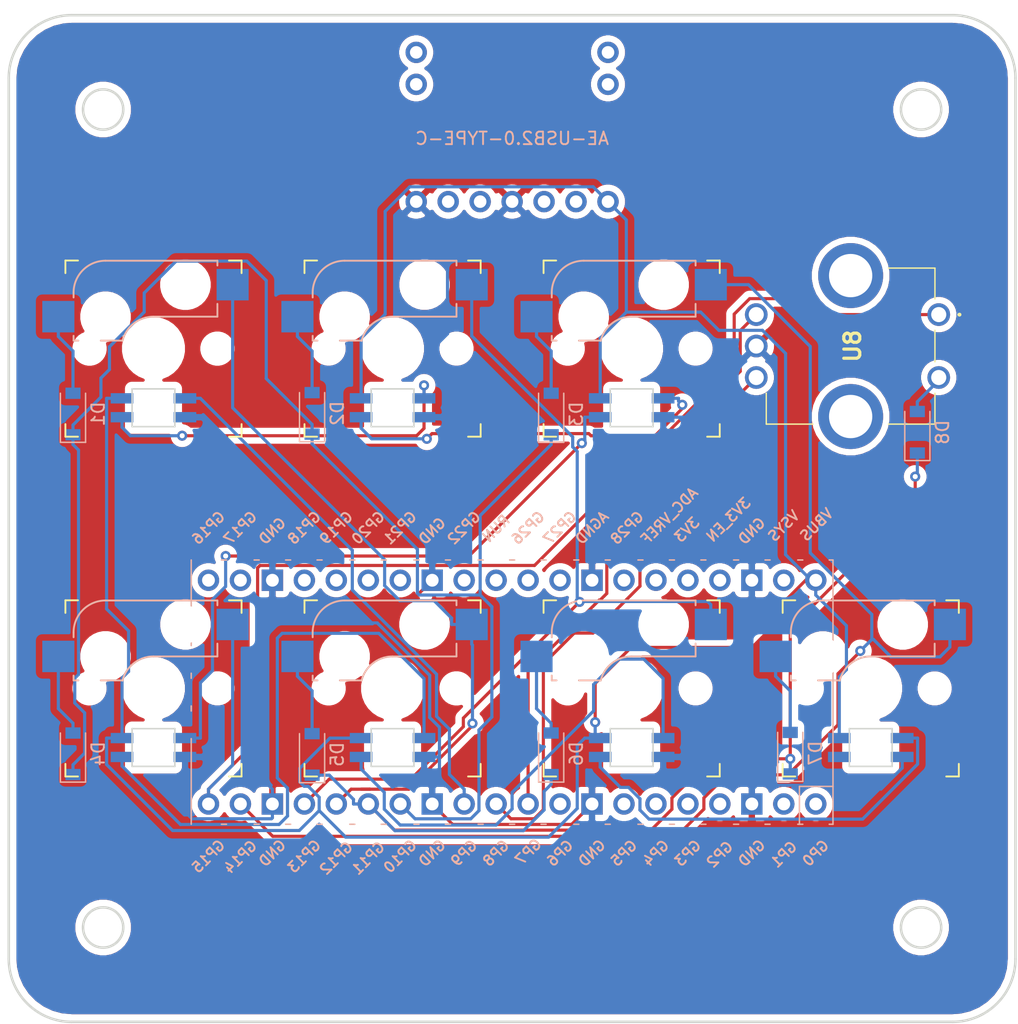
<source format=kicad_pcb>
(kicad_pcb (version 20171130) (host pcbnew "(5.1.10)-1")
  (layers (0 F.Cu signal) (31 B.Cu signal) (34 B.Paste user) (35 F.Paste user) (36 B.SilkS user) (37 F.SilkS user) (38 B.Mask user) (39 F.Mask user) (44 Edge.Cuts user))
  (net 0 "")
  (net 1 "Net-(D1-Pad2)")
  (net 2 row0)
  (net 3 "Net-(D2-Pad2)")
  (net 4 "Net-(D3-Pad2)")
  (net 5 "Net-(D4-Pad2)")
  (net 6 "Net-(D5-Pad2)")
  (net 7 row1)
  (net 8 "Net-(D6-Pad2)")
  (net 9 "Net-(D7-Pad2)")
  (net 10 "Net-(D8-Pad2)")
  (net 11 +5V)
  (net 12 GND)
  (net 13 col3)
  (net 14 col2)
  (net 15 col1)
  (net 16 col0)
  (net 17 LED)
  (net 18 B1)
  (net 19 A1)
  (net 20 "Net-(U1-Pad4)")
  (net 21 "Net-(U2-Pad4)")
  (net 22 "Net-(U3-Pad4)")
  (net 23 "Net-(U4-Pad4)")
  (net 24 "Net-(U5-Pad4)")
  (net 25 "Net-(U6-Pad4)")
  (net 26 "Net-(U7-Pad4)")
  (net 27 "Net-(U8-PadMH2)")
  (net 28 "Net-(U8-PadMH1)")
  (net 29 "Net-(J1-Pad39)")
  (net 30 "Net-(J1-Pad37)")
  (net 31 "Net-(J1-Pad36)")
  (net 32 "Net-(J1-Pad35)")
  (net 33 "Net-(J1-Pad34)")
  (net 34 "Net-(J1-Pad32)")
  (net 35 "Net-(J1-Pad31)")
  (net 36 "Net-(J1-Pad30)")
  (net 37 "Net-(J1-Pad29)")
  (net 38 "Net-(J1-Pad27)")
  (net 39 "Net-(J1-Pad26)")
  (net 40 "Net-(J1-Pad25)")
  (net 41 "Net-(J1-Pad24)")
  (net 42 "Net-(J1-Pad22)")
  (net 43 "Net-(J1-Pad21)")
  (net 44 "Net-(J1-Pad9)")
  (net 45 "Net-(J1-Pad7)")
  (net 46 "Net-(J1-Pad6)")
  (net 47 "Net-(J1-Pad5)")
  (net 48 "Net-(J1-Pad4)")
  (net 49 "Net-(J1-Pad2)")
  (net 50 "Net-(J1-Pad1)")
  (net 51 "Net-(U9-Pad6)")
  (net 52 "Net-(U9-Pad5)")
  (net 53 "Net-(U9-Pad3)")
  (net 54 "Net-(U9-Pad2)")
  (module footprint:hornet_logo (layer B.Cu) (at 87.197 145.4 180)
    (fp_text reference G*** hide)
    (fp_text value LOGO hide)
  )
  (module akizuki:AE-USB2.0-TYPE-C (layer B.Cu) (at 87.197 79.9 180)
    (fp_text reference U9 hide)
    (fp_text value AE-USB2.0-TYPE-C (at 0 0.5) (layer B.SilkS) (effects (justify mirror)))
    (pad 11 thru_hole circle (at 7.62 7.33749 180) (size 1.7 1.7) (drill 1) (layers *.Cu *.Mask))
    (pad 10 thru_hole circle (at 7.62 4.79749 180) (size 1.7 1.7) (drill 1) (layers *.Cu *.Mask))
    (pad 9 thru_hole circle (at -7.62 4.79749 180) (size 1.7 1.7) (drill 1) (layers *.Cu *.Mask))
    (pad 8 thru_hole circle (at -7.62 7.33749 180) (size 1.7 1.7) (drill 1) (layers *.Cu *.Mask))
    (pad 7 thru_hole circle (at 7.62 -4.5235 180) (size 1.7 1.7) (drill 1) (layers *.Cu *.Mask) (net 12 GND))
    (pad 6 thru_hole circle (at 5.08 -4.5235 180) (size 1.7 1.7) (drill 1) (layers *.Cu *.Mask) (net 51 "Net-(U9-Pad6)"))
    (pad 5 thru_hole circle (at 2.54 -4.5235 180) (size 1.7 1.7) (drill 1) (layers *.Cu *.Mask) (net 52 "Net-(U9-Pad5)"))
    (pad 4 thru_hole circle (at 0 -4.5235 180) (size 1.7 1.7) (drill 1) (layers *.Cu *.Mask) (net 12 GND))
    (pad 3 thru_hole circle (at -2.54 -4.5235 180) (size 1.7 1.7) (drill 1) (layers *.Cu *.Mask) (net 53 "Net-(U9-Pad3)"))
    (pad 2 thru_hole circle (at -5.08 -4.5235 180) (size 1.7 1.7) (drill 1) (layers *.Cu *.Mask) (net 54 "Net-(U9-Pad2)"))
    (pad 1 thru_hole circle (at -7.62 -4.5235 180) (size 1.7 1.7) (drill 1) (layers *.Cu *.Mask) (net 11 +5V))
  )
  (module SamacSys_Parts:PEC12R3120FS0012 (layer F.Cu) (at 121.1 93.4 270)
    (fp_text reference U8 (at 2.5 6.85 90) (layer F.SilkS) (effects (font (size 1.27 1.27) (thickness 0.254))))
    (fp_text value PEC12R-3120F-S0012 hide)
    (pad MH2 thru_hole circle (at 8.1 7 270) (size 5.161 5.161) (drill 3.44093) (layers *.Cu *.Mask) (net 27 "Net-(U8-PadMH2)"))
    (pad MH1 thru_hole circle (at -3.1 7 270) (size 5.161 5.161) (drill 3.44093) (layers *.Cu *.Mask) (net 28 "Net-(U8-PadMH1)"))
    (pad C1 thru_hole circle (at 2.5 14.5 270) (size 1.8 1.8) (drill 1.2) (layers *.Cu *.Mask) (net 12 GND))
    (pad B1 thru_hole circle (at 5 14.5 270) (size 1.8 1.8) (drill 1.2) (layers *.Cu *.Mask) (net 18 B1))
    (pad A1 thru_hole circle (at 0 14.5 270) (size 1.8 1.8) (drill 1.2) (layers *.Cu *.Mask) (net 19 A1))
    (pad 2 thru_hole circle (at 5 0 270) (size 1.8 1.8) (drill 1.2) (layers *.Cu *.Mask) (net 10 "Net-(D8-Pad2)"))
    (pad 1 thru_hole circle (at 0 0 270) (size 1.8 1.8) (drill 1.2) (layers *.Cu *.Mask) (net 13 col3))
  )
  (module keyswitches:Kailh_socket_MX (layer F.Cu) (at 115.697 123.103)
    (fp_text reference U7 hide)
    (fp_text value KEYSWITCH)
    (fp_line (start -1.7 6.2) (end -1.7 3.2) (layer Edge.Cuts) (width 0.12))
    (fp_line (start -1.7 3.2) (end 1.7 3.2) (layer Edge.Cuts) (width 0.12))
    (fp_line (start 1.7 6.2) (end 1.7 3.2) (layer Edge.Cuts) (width 0.12))
    (fp_line (start -1.7 6.2) (end 1.7 6.2) (layer Edge.Cuts) (width 0.12))
    (pad 3 smd rect (at -2.5 3.95 270) (size 0.82 1.8) (layers B.Cu B.Paste B.Mask) (net 11 +5V))
    (pad 4 smd rect (at -2.5 5.45 270) (size 0.82 1.8) (layers B.Cu B.Paste B.Mask) (net 26 "Net-(U7-Pad4)"))
    (pad 5 smd rect (at 2.5 5.45 270) (size 0.82 1.8) (layers B.Cu B.Paste B.Mask) (net 12 GND))
    (pad 6 smd rect (at 2.5 3.95 270) (size 0.82 1.8) (layers B.Cu B.Paste B.Mask) (net 25 "Net-(U6-Pad4)"))
    (pad 2 smd rect (at -7.56 -2.54) (size 2.55 2.5) (layers B.Cu B.Paste B.Mask) (net 9 "Net-(D7-Pad2)"))
    (pad "" np_thru_hole circle (at -5.08 0) (size 1.7018 1.7018) (drill 1.7018) (layers *.Cu *.Mask))
    (pad "" np_thru_hole circle (at 5.08 0) (size 1.7018 1.7018) (drill 1.7018) (layers *.Cu *.Mask))
    (pad "" np_thru_hole circle (at 0 0) (size 3.9878 3.9878) (drill 3.9878) (layers *.Cu *.Mask))
    (pad "" np_thru_hole circle (at -3.81 -2.54) (size 3 3) (drill 3) (layers *.Cu *.Mask))
    (pad "" np_thru_hole circle (at 2.54 -5.08) (size 3 3) (drill 3) (layers *.Cu *.Mask))
    (pad 1 smd rect (at 6.29 -5.08) (size 2.55 2.5) (layers B.Cu B.Paste B.Mask) (net 14 col2))
  )
  (module keyswitches:Kailh_socket_MX (layer F.Cu) (at 96.697 123.103)
    (fp_text reference U6 hide)
    (fp_text value KEYSWITCH)
    (fp_line (start -1.7 6.2) (end -1.7 3.2) (layer Edge.Cuts) (width 0.12))
    (fp_line (start -1.7 3.2) (end 1.7 3.2) (layer Edge.Cuts) (width 0.12))
    (fp_line (start 1.7 6.2) (end 1.7 3.2) (layer Edge.Cuts) (width 0.12))
    (fp_line (start -1.7 6.2) (end 1.7 6.2) (layer Edge.Cuts) (width 0.12))
    (pad 3 smd rect (at -2.5 3.95 270) (size 0.82 1.8) (layers B.Cu B.Paste B.Mask) (net 11 +5V))
    (pad 4 smd rect (at -2.5 5.45 270) (size 0.82 1.8) (layers B.Cu B.Paste B.Mask) (net 25 "Net-(U6-Pad4)"))
    (pad 5 smd rect (at 2.5 5.45 270) (size 0.82 1.8) (layers B.Cu B.Paste B.Mask) (net 12 GND))
    (pad 6 smd rect (at 2.5 3.95 270) (size 0.82 1.8) (layers B.Cu B.Paste B.Mask) (net 24 "Net-(U5-Pad4)"))
    (pad 2 smd rect (at -7.56 -2.54) (size 2.55 2.5) (layers B.Cu B.Paste B.Mask) (net 8 "Net-(D6-Pad2)"))
    (pad "" np_thru_hole circle (at -5.08 0) (size 1.7018 1.7018) (drill 1.7018) (layers *.Cu *.Mask))
    (pad "" np_thru_hole circle (at 5.08 0) (size 1.7018 1.7018) (drill 1.7018) (layers *.Cu *.Mask))
    (pad "" np_thru_hole circle (at 0 0) (size 3.9878 3.9878) (drill 3.9878) (layers *.Cu *.Mask))
    (pad "" np_thru_hole circle (at -3.81 -2.54) (size 3 3) (drill 3) (layers *.Cu *.Mask))
    (pad "" np_thru_hole circle (at 2.54 -5.08) (size 3 3) (drill 3) (layers *.Cu *.Mask))
    (pad 1 smd rect (at 6.29 -5.08) (size 2.55 2.5) (layers B.Cu B.Paste B.Mask) (net 15 col1))
  )
  (module keyswitches:Kailh_socket_MX (layer F.Cu) (at 77.697 123.103)
    (fp_text reference U5 hide)
    (fp_text value KEYSWITCH)
    (fp_line (start -1.7 6.2) (end -1.7 3.2) (layer Edge.Cuts) (width 0.12))
    (fp_line (start -1.7 3.2) (end 1.7 3.2) (layer Edge.Cuts) (width 0.12))
    (fp_line (start 1.7 6.2) (end 1.7 3.2) (layer Edge.Cuts) (width 0.12))
    (fp_line (start -1.7 6.2) (end 1.7 6.2) (layer Edge.Cuts) (width 0.12))
    (pad 3 smd rect (at -2.5 3.95 270) (size 0.82 1.8) (layers B.Cu B.Paste B.Mask) (net 11 +5V))
    (pad 4 smd rect (at -2.5 5.45 270) (size 0.82 1.8) (layers B.Cu B.Paste B.Mask) (net 24 "Net-(U5-Pad4)"))
    (pad 5 smd rect (at 2.5 5.45 270) (size 0.82 1.8) (layers B.Cu B.Paste B.Mask) (net 12 GND))
    (pad 6 smd rect (at 2.5 3.95 270) (size 0.82 1.8) (layers B.Cu B.Paste B.Mask) (net 23 "Net-(U4-Pad4)"))
    (pad 2 smd rect (at -7.56 -2.54) (size 2.55 2.5) (layers B.Cu B.Paste B.Mask) (net 6 "Net-(D5-Pad2)"))
    (pad "" np_thru_hole circle (at -5.08 0) (size 1.7018 1.7018) (drill 1.7018) (layers *.Cu *.Mask))
    (pad "" np_thru_hole circle (at 5.08 0) (size 1.7018 1.7018) (drill 1.7018) (layers *.Cu *.Mask))
    (pad "" np_thru_hole circle (at 0 0) (size 3.9878 3.9878) (drill 3.9878) (layers *.Cu *.Mask))
    (pad "" np_thru_hole circle (at -3.81 -2.54) (size 3 3) (drill 3) (layers *.Cu *.Mask))
    (pad "" np_thru_hole circle (at 2.54 -5.08) (size 3 3) (drill 3) (layers *.Cu *.Mask))
    (pad 1 smd rect (at 6.29 -5.08) (size 2.55 2.5) (layers B.Cu B.Paste B.Mask) (net 16 col0))
  )
  (module keyswitches:Kailh_socket_MX (layer F.Cu) (at 58.697 123.103)
    (fp_text reference U4 hide)
    (fp_text value KEYSWITCH)
    (fp_line (start -1.7 6.2) (end -1.7 3.2) (layer Edge.Cuts) (width 0.12))
    (fp_line (start -1.7 3.2) (end 1.7 3.2) (layer Edge.Cuts) (width 0.12))
    (fp_line (start 1.7 6.2) (end 1.7 3.2) (layer Edge.Cuts) (width 0.12))
    (fp_line (start -1.7 6.2) (end 1.7 6.2) (layer Edge.Cuts) (width 0.12))
    (pad 3 smd rect (at -2.5 3.95 270) (size 0.82 1.8) (layers B.Cu B.Paste B.Mask) (net 11 +5V))
    (pad 4 smd rect (at -2.5 5.45 270) (size 0.82 1.8) (layers B.Cu B.Paste B.Mask) (net 23 "Net-(U4-Pad4)"))
    (pad 5 smd rect (at 2.5 5.45 270) (size 0.82 1.8) (layers B.Cu B.Paste B.Mask) (net 12 GND))
    (pad 6 smd rect (at 2.5 3.95 270) (size 0.82 1.8) (layers B.Cu B.Paste B.Mask) (net 22 "Net-(U3-Pad4)"))
    (pad 2 smd rect (at -7.56 -2.54) (size 2.55 2.5) (layers B.Cu B.Paste B.Mask) (net 5 "Net-(D4-Pad2)"))
    (pad "" np_thru_hole circle (at -5.08 0) (size 1.7018 1.7018) (drill 1.7018) (layers *.Cu *.Mask))
    (pad "" np_thru_hole circle (at 5.08 0) (size 1.7018 1.7018) (drill 1.7018) (layers *.Cu *.Mask))
    (pad "" np_thru_hole circle (at 0 0) (size 3.9878 3.9878) (drill 3.9878) (layers *.Cu *.Mask))
    (pad "" np_thru_hole circle (at -3.81 -2.54) (size 3 3) (drill 3) (layers *.Cu *.Mask))
    (pad "" np_thru_hole circle (at 2.54 -5.08) (size 3 3) (drill 3) (layers *.Cu *.Mask))
    (pad 1 smd rect (at 6.29 -5.08) (size 2.55 2.5) (layers B.Cu B.Paste B.Mask) (net 13 col3))
  )
  (module keyswitches:Kailh_socket_MX (layer F.Cu) (at 96.697 96.103)
    (fp_text reference U3 hide)
    (fp_text value KEYSWITCH)
    (fp_line (start -1.7 6.2) (end -1.7 3.2) (layer Edge.Cuts) (width 0.12))
    (fp_line (start -1.7 3.2) (end 1.7 3.2) (layer Edge.Cuts) (width 0.12))
    (fp_line (start 1.7 6.2) (end 1.7 3.2) (layer Edge.Cuts) (width 0.12))
    (fp_line (start -1.7 6.2) (end 1.7 6.2) (layer Edge.Cuts) (width 0.12))
    (pad 3 smd rect (at -2.5 3.95 270) (size 0.82 1.8) (layers B.Cu B.Paste B.Mask) (net 11 +5V))
    (pad 4 smd rect (at -2.5 5.45 270) (size 0.82 1.8) (layers B.Cu B.Paste B.Mask) (net 22 "Net-(U3-Pad4)"))
    (pad 5 smd rect (at 2.5 5.45 270) (size 0.82 1.8) (layers B.Cu B.Paste B.Mask) (net 12 GND))
    (pad 6 smd rect (at 2.5 3.95 270) (size 0.82 1.8) (layers B.Cu B.Paste B.Mask) (net 21 "Net-(U2-Pad4)"))
    (pad 2 smd rect (at -7.56 -2.54) (size 2.55 2.5) (layers B.Cu B.Paste B.Mask) (net 4 "Net-(D3-Pad2)"))
    (pad "" np_thru_hole circle (at -5.08 0) (size 1.7018 1.7018) (drill 1.7018) (layers *.Cu *.Mask))
    (pad "" np_thru_hole circle (at 5.08 0) (size 1.7018 1.7018) (drill 1.7018) (layers *.Cu *.Mask))
    (pad "" np_thru_hole circle (at 0 0) (size 3.9878 3.9878) (drill 3.9878) (layers *.Cu *.Mask))
    (pad "" np_thru_hole circle (at -3.81 -2.54) (size 3 3) (drill 3) (layers *.Cu *.Mask))
    (pad "" np_thru_hole circle (at 2.54 -5.08) (size 3 3) (drill 3) (layers *.Cu *.Mask))
    (pad 1 smd rect (at 6.29 -5.08) (size 2.55 2.5) (layers B.Cu B.Paste B.Mask) (net 14 col2))
  )
  (module keyswitches:Kailh_socket_MX (layer F.Cu) (at 77.697 96.103)
    (fp_text reference U2 hide)
    (fp_text value KEYSWITCH)
    (fp_line (start -1.7 6.2) (end -1.7 3.2) (layer Edge.Cuts) (width 0.12))
    (fp_line (start -1.7 3.2) (end 1.7 3.2) (layer Edge.Cuts) (width 0.12))
    (fp_line (start 1.7 6.2) (end 1.7 3.2) (layer Edge.Cuts) (width 0.12))
    (fp_line (start -1.7 6.2) (end 1.7 6.2) (layer Edge.Cuts) (width 0.12))
    (pad 3 smd rect (at -2.5 3.95 270) (size 0.82 1.8) (layers B.Cu B.Paste B.Mask) (net 11 +5V))
    (pad 4 smd rect (at -2.5 5.45 270) (size 0.82 1.8) (layers B.Cu B.Paste B.Mask) (net 21 "Net-(U2-Pad4)"))
    (pad 5 smd rect (at 2.5 5.45 270) (size 0.82 1.8) (layers B.Cu B.Paste B.Mask) (net 12 GND))
    (pad 6 smd rect (at 2.5 3.95 270) (size 0.82 1.8) (layers B.Cu B.Paste B.Mask) (net 20 "Net-(U1-Pad4)"))
    (pad 2 smd rect (at -7.56 -2.54) (size 2.55 2.5) (layers B.Cu B.Paste B.Mask) (net 3 "Net-(D2-Pad2)"))
    (pad "" np_thru_hole circle (at -5.08 0) (size 1.7018 1.7018) (drill 1.7018) (layers *.Cu *.Mask))
    (pad "" np_thru_hole circle (at 5.08 0) (size 1.7018 1.7018) (drill 1.7018) (layers *.Cu *.Mask))
    (pad "" np_thru_hole circle (at 0 0) (size 3.9878 3.9878) (drill 3.9878) (layers *.Cu *.Mask))
    (pad "" np_thru_hole circle (at -3.81 -2.54) (size 3 3) (drill 3) (layers *.Cu *.Mask))
    (pad "" np_thru_hole circle (at 2.54 -5.08) (size 3 3) (drill 3) (layers *.Cu *.Mask))
    (pad 1 smd rect (at 6.29 -5.08) (size 2.55 2.5) (layers B.Cu B.Paste B.Mask) (net 15 col1))
  )
  (module keyswitches:Kailh_socket_MX (layer F.Cu) (at 58.697 96.103)
    (fp_text reference U1 hide)
    (fp_text value KEYSWITCH)
    (fp_line (start -1.7 6.2) (end -1.7 3.2) (layer Edge.Cuts) (width 0.12))
    (fp_line (start -1.7 3.2) (end 1.7 3.2) (layer Edge.Cuts) (width 0.12))
    (fp_line (start 1.7 6.2) (end 1.7 3.2) (layer Edge.Cuts) (width 0.12))
    (fp_line (start -1.7 6.2) (end 1.7 6.2) (layer Edge.Cuts) (width 0.12))
    (pad 3 smd rect (at -2.5 3.95 270) (size 0.82 1.8) (layers B.Cu B.Paste B.Mask) (net 11 +5V))
    (pad 4 smd rect (at -2.5 5.45 270) (size 0.82 1.8) (layers B.Cu B.Paste B.Mask) (net 20 "Net-(U1-Pad4)"))
    (pad 5 smd rect (at 2.5 5.45 270) (size 0.82 1.8) (layers B.Cu B.Paste B.Mask) (net 12 GND))
    (pad 6 smd rect (at 2.5 3.95 270) (size 0.82 1.8) (layers B.Cu B.Paste B.Mask) (net 17 LED))
    (pad 2 smd rect (at -7.56 -2.54) (size 2.55 2.5) (layers B.Cu B.Paste B.Mask) (net 1 "Net-(D1-Pad2)"))
    (pad "" np_thru_hole circle (at -5.08 0) (size 1.7018 1.7018) (drill 1.7018) (layers *.Cu *.Mask))
    (pad "" np_thru_hole circle (at 5.08 0) (size 1.7018 1.7018) (drill 1.7018) (layers *.Cu *.Mask))
    (pad "" np_thru_hole circle (at 0 0) (size 3.9878 3.9878) (drill 3.9878) (layers *.Cu *.Mask))
    (pad "" np_thru_hole circle (at -3.81 -2.54) (size 3 3) (drill 3) (layers *.Cu *.Mask))
    (pad "" np_thru_hole circle (at 2.54 -5.08) (size 3 3) (drill 3) (layers *.Cu *.Mask))
    (pad 1 smd rect (at 6.29 -5.08) (size 2.55 2.5) (layers B.Cu B.Paste B.Mask) (net 16 col0))
  )
  (module RPi_Pico:RPi_Pico_SMD_TH (layer B.Cu) (at 87.197 123.4 90)
    (fp_text reference J1 hide)
    (fp_text value PICO)
    (fp_text user AGND (at 13.054 6.35 225) (layer B.SilkS) (effects (font (size 0.8 0.8)) (justify mirror)))
    (fp_text user GND (at 12.8 19.05 225) (layer B.SilkS) (effects (font (size 0.8 0.8)) (justify mirror)))
    (fp_text user GND (at 12.8 -6.35 225) (layer B.SilkS) (effects (font (size 0.8 0.8)) (justify mirror)))
    (fp_text user GND (at 12.8 -19.05 225) (layer B.SilkS) (effects (font (size 0.8 0.8)) (justify mirror)))
    (fp_text user GND (at -12.8 -19.05 225) (layer B.SilkS) (effects (font (size 0.8 0.8)) (justify mirror)))
    (fp_text user GND (at -12.8 -6.35 225) (layer B.SilkS) (effects (font (size 0.8 0.8)) (justify mirror)))
    (fp_text user GND (at -12.8 6.35 225) (layer B.SilkS) (effects (font (size 0.8 0.8)) (justify mirror)))
    (fp_text user GND (at -12.8 19.05 225) (layer B.SilkS) (effects (font (size 0.8 0.8)) (justify mirror)))
    (fp_text user VBUS (at 13.3 24.2 225) (layer B.SilkS) (effects (font (size 0.8 0.8)) (justify mirror)))
    (fp_text user VSYS (at 13.2 21.59 225) (layer B.SilkS) (effects (font (size 0.8 0.8)) (justify mirror)))
    (fp_text user 3V3_EN (at 13.7 17.2 225) (layer B.SilkS) (effects (font (size 0.8 0.8)) (justify mirror)))
    (fp_text user 3V3 (at 12.9 13.9 225) (layer B.SilkS) (effects (font (size 0.8 0.8)) (justify mirror)))
    (fp_text user ADC_VREF (at 14 12.5 225) (layer B.SilkS) (effects (font (size 0.8 0.8)) (justify mirror)))
    (fp_text user GP28 (at 13.054 9.144 225) (layer B.SilkS) (effects (font (size 0.8 0.8)) (justify mirror)))
    (fp_text user GP27 (at 13.054 3.8 225) (layer B.SilkS) (effects (font (size 0.8 0.8)) (justify mirror)))
    (fp_text user GP26 (at 13.054 1.27 225) (layer B.SilkS) (effects (font (size 0.8 0.8)) (justify mirror)))
    (fp_text user RUN (at 13 -1.27 225) (layer B.SilkS) (effects (font (size 0.8 0.8)) (justify mirror)))
    (fp_text user GP22 (at 13.054 -3.81 225) (layer B.SilkS) (effects (font (size 0.8 0.8)) (justify mirror)))
    (fp_text user GP21 (at 13.054 -8.9 225) (layer B.SilkS) (effects (font (size 0.8 0.8)) (justify mirror)))
    (fp_text user GP20 (at 13.054 -11.43 225) (layer B.SilkS) (effects (font (size 0.8 0.8)) (justify mirror)))
    (fp_text user GP19 (at 13.054 -13.97 225) (layer B.SilkS) (effects (font (size 0.8 0.8)) (justify mirror)))
    (fp_text user GP18 (at 13.054 -16.51 225) (layer B.SilkS) (effects (font (size 0.8 0.8)) (justify mirror)))
    (fp_text user GP17 (at 13.054 -21.59 225) (layer B.SilkS) (effects (font (size 0.8 0.8)) (justify mirror)))
    (fp_text user GP16 (at 13.054 -24.13 225) (layer B.SilkS) (effects (font (size 0.8 0.8)) (justify mirror)))
    (fp_text user GP15 (at -13.054 -24.13 225) (layer B.SilkS) (effects (font (size 0.8 0.8)) (justify mirror)))
    (fp_text user GP14 (at -13.1 -21.59 225) (layer B.SilkS) (effects (font (size 0.8 0.8)) (justify mirror)))
    (fp_text user GP13 (at -13.054 -16.51 225) (layer B.SilkS) (effects (font (size 0.8 0.8)) (justify mirror)))
    (fp_text user GP12 (at -13.2 -13.97 225) (layer B.SilkS) (effects (font (size 0.8 0.8)) (justify mirror)))
    (fp_text user GP11 (at -13.2 -11.43 225) (layer B.SilkS) (effects (font (size 0.8 0.8)) (justify mirror)))
    (fp_text user GP10 (at -13.054 -8.89 225) (layer B.SilkS) (effects (font (size 0.8 0.8)) (justify mirror)))
    (fp_text user GP9 (at -12.8 -3.81 225) (layer B.SilkS) (effects (font (size 0.8 0.8)) (justify mirror)))
    (fp_text user GP8 (at -12.8 -1.27 225) (layer B.SilkS) (effects (font (size 0.8 0.8)) (justify mirror)))
    (fp_text user GP7 (at -12.7 1.3 225) (layer B.SilkS) (effects (font (size 0.8 0.8)) (justify mirror)))
    (fp_text user GP6 (at -12.8 3.81 225) (layer B.SilkS) (effects (font (size 0.8 0.8)) (justify mirror)))
    (fp_text user GP5 (at -12.8 8.89 225) (layer B.SilkS) (effects (font (size 0.8 0.8)) (justify mirror)))
    (fp_text user GP4 (at -12.8 11.43 225) (layer B.SilkS) (effects (font (size 0.8 0.8)) (justify mirror)))
    (fp_text user GP3 (at -12.8 13.97 225) (layer B.SilkS) (effects (font (size 0.8 0.8)) (justify mirror)))
    (fp_text user GP0 (at -12.8 24.13 225) (layer B.SilkS) (effects (font (size 0.8 0.8)) (justify mirror)))
    (fp_text user GP2 (at -12.9 16.51 225) (layer B.SilkS) (effects (font (size 0.8 0.8)) (justify mirror)))
    (fp_text user GP1 (at -12.9 21.6 225) (layer B.SilkS) (effects (font (size 0.8 0.8)) (justify mirror)))
    (pad 40 thru_hole oval (at 8.89 24.13 90) (size 1.7 1.7) (drill 1.02) (layers *.Cu *.Mask) (net 11 +5V))
    (pad 39 thru_hole oval (at 8.89 21.59 90) (size 1.7 1.7) (drill 1.02) (layers *.Cu *.Mask) (net 29 "Net-(J1-Pad39)"))
    (pad 38 thru_hole rect (at 8.89 19.05 90) (size 1.7 1.7) (drill 1.02) (layers *.Cu *.Mask) (net 12 GND))
    (pad 37 thru_hole oval (at 8.89 16.51 90) (size 1.7 1.7) (drill 1.02) (layers *.Cu *.Mask) (net 30 "Net-(J1-Pad37)"))
    (pad 36 thru_hole oval (at 8.89 13.97 90) (size 1.7 1.7) (drill 1.02) (layers *.Cu *.Mask) (net 31 "Net-(J1-Pad36)"))
    (pad 35 thru_hole oval (at 8.89 11.43 90) (size 1.7 1.7) (drill 1.02) (layers *.Cu *.Mask) (net 32 "Net-(J1-Pad35)"))
    (pad 34 thru_hole oval (at 8.89 8.89 90) (size 1.7 1.7) (drill 1.02) (layers *.Cu *.Mask) (net 33 "Net-(J1-Pad34)"))
    (pad 33 thru_hole rect (at 8.89 6.35 90) (size 1.7 1.7) (drill 1.02) (layers *.Cu *.Mask) (net 12 GND))
    (pad 32 thru_hole oval (at 8.89 3.81 90) (size 1.7 1.7) (drill 1.02) (layers *.Cu *.Mask) (net 34 "Net-(J1-Pad32)"))
    (pad 31 thru_hole oval (at 8.89 1.27 90) (size 1.7 1.7) (drill 1.02) (layers *.Cu *.Mask) (net 35 "Net-(J1-Pad31)"))
    (pad 30 thru_hole oval (at 8.89 -1.27 90) (size 1.7 1.7) (drill 1.02) (layers *.Cu *.Mask) (net 36 "Net-(J1-Pad30)"))
    (pad 29 thru_hole oval (at 8.89 -3.81 90) (size 1.7 1.7) (drill 1.02) (layers *.Cu *.Mask) (net 37 "Net-(J1-Pad29)"))
    (pad 28 thru_hole rect (at 8.89 -6.35 90) (size 1.7 1.7) (drill 1.02) (layers *.Cu *.Mask) (net 12 GND))
    (pad 27 thru_hole oval (at 8.89 -8.89 90) (size 1.7 1.7) (drill 1.02) (layers *.Cu *.Mask) (net 38 "Net-(J1-Pad27)"))
    (pad 26 thru_hole oval (at 8.89 -11.43 90) (size 1.7 1.7) (drill 1.02) (layers *.Cu *.Mask) (net 39 "Net-(J1-Pad26)"))
    (pad 25 thru_hole oval (at 8.89 -13.97 90) (size 1.7 1.7) (drill 1.02) (layers *.Cu *.Mask) (net 40 "Net-(J1-Pad25)"))
    (pad 24 thru_hole oval (at 8.89 -16.51 90) (size 1.7 1.7) (drill 1.02) (layers *.Cu *.Mask) (net 41 "Net-(J1-Pad24)"))
    (pad 23 thru_hole rect (at 8.89 -19.05 90) (size 1.7 1.7) (drill 1.02) (layers *.Cu *.Mask) (net 12 GND))
    (pad 22 thru_hole oval (at 8.89 -21.59 90) (size 1.7 1.7) (drill 1.02) (layers *.Cu *.Mask) (net 42 "Net-(J1-Pad22)"))
    (pad 21 thru_hole oval (at 8.89 -24.13 90) (size 1.7 1.7) (drill 1.02) (layers *.Cu *.Mask) (net 43 "Net-(J1-Pad21)"))
    (pad 20 thru_hole oval (at -8.89 -24.13 90) (size 1.7 1.7) (drill 1.02) (layers *.Cu *.Mask) (net 13 col3))
    (pad 19 thru_hole oval (at -8.89 -21.59 90) (size 1.7 1.7) (drill 1.02) (layers *.Cu *.Mask) (net 14 col2))
    (pad 18 thru_hole rect (at -8.89 -19.05 90) (size 1.7 1.7) (drill 1.02) (layers *.Cu *.Mask) (net 12 GND))
    (pad 17 thru_hole oval (at -8.89 -16.51 90) (size 1.7 1.7) (drill 1.02) (layers *.Cu *.Mask) (net 15 col1))
    (pad 16 thru_hole oval (at -8.89 -13.97 90) (size 1.7 1.7) (drill 1.02) (layers *.Cu *.Mask) (net 16 col0))
    (pad 15 thru_hole oval (at -8.89 -11.43 90) (size 1.7 1.7) (drill 1.02) (layers *.Cu *.Mask) (net 7 row1))
    (pad 14 thru_hole oval (at -8.89 -8.89 90) (size 1.7 1.7) (drill 1.02) (layers *.Cu *.Mask) (net 2 row0))
    (pad 13 thru_hole rect (at -8.89 -6.35 90) (size 1.7 1.7) (drill 1.02) (layers *.Cu *.Mask) (net 12 GND))
    (pad 12 thru_hole oval (at -8.89 -3.81 90) (size 1.7 1.7) (drill 1.02) (layers *.Cu *.Mask) (net 17 LED))
    (pad 11 thru_hole oval (at -8.89 -1.27 90) (size 1.7 1.7) (drill 1.02) (layers *.Cu *.Mask) (net 18 B1))
    (pad 10 thru_hole oval (at -8.89 1.27 90) (size 1.7 1.7) (drill 1.02) (layers *.Cu *.Mask) (net 19 A1))
    (pad 9 thru_hole oval (at -8.89 3.81 90) (size 1.7 1.7) (drill 1.02) (layers *.Cu *.Mask) (net 44 "Net-(J1-Pad9)"))
    (pad 8 thru_hole rect (at -8.89 6.35 90) (size 1.7 1.7) (drill 1.02) (layers *.Cu *.Mask) (net 12 GND))
    (pad 7 thru_hole oval (at -8.89 8.89 90) (size 1.7 1.7) (drill 1.02) (layers *.Cu *.Mask) (net 45 "Net-(J1-Pad7)"))
    (pad 6 thru_hole oval (at -8.89 11.43 90) (size 1.7 1.7) (drill 1.02) (layers *.Cu *.Mask) (net 46 "Net-(J1-Pad6)"))
    (pad 5 thru_hole oval (at -8.89 13.97 90) (size 1.7 1.7) (drill 1.02) (layers *.Cu *.Mask) (net 47 "Net-(J1-Pad5)"))
    (pad 4 thru_hole oval (at -8.89 16.51 90) (size 1.7 1.7) (drill 1.02) (layers *.Cu *.Mask) (net 48 "Net-(J1-Pad4)"))
    (pad 3 thru_hole rect (at -8.89 19.05 90) (size 1.7 1.7) (drill 1.02) (layers *.Cu *.Mask) (net 12 GND))
    (pad 2 thru_hole oval (at -8.89 21.59 90) (size 1.7 1.7) (drill 1.02) (layers *.Cu *.Mask) (net 49 "Net-(J1-Pad2)"))
    (pad 1 thru_hole oval (at -8.89 24.13 90) (size 1.7 1.7) (drill 1.02) (layers *.Cu *.Mask) (net 50 "Net-(J1-Pad1)"))
  )
  (module Diode_SMD:D_SOD-123 (layer B.Cu) (at 119.4 102.75 90)
    (fp_text reference D8 (at 0 2 270) (layer B.SilkS) (effects (justify mirror)))
    (fp_text value D_Small)
    (pad 2 smd rect (at 1.65 0 90) (size 0.9 1.2) (layers B.Cu B.Paste B.Mask) (net 10 "Net-(D8-Pad2)"))
    (pad 1 smd rect (at -1.65 0 90) (size 0.9 1.2) (layers B.Cu B.Paste B.Mask) (net 7 row1))
  )
  (module Diode_SMD:D_SOD-123 (layer B.Cu) (at 109.3 128.25 90)
    (fp_text reference D7 (at 0 2 270) (layer B.SilkS) (effects (justify mirror)))
    (fp_text value D_Small)
    (pad 2 smd rect (at 1.65 0 90) (size 0.9 1.2) (layers B.Cu B.Paste B.Mask) (net 9 "Net-(D7-Pad2)"))
    (pad 1 smd rect (at -1.65 0 90) (size 0.9 1.2) (layers B.Cu B.Paste B.Mask) (net 7 row1))
  )
  (module Diode_SMD:D_SOD-123 (layer B.Cu) (at 90.3 128.3 90)
    (fp_text reference D6 (at 0 2 270) (layer B.SilkS) (effects (justify mirror)))
    (fp_text value D_Small)
    (pad 2 smd rect (at 1.65 0 90) (size 0.9 1.2) (layers B.Cu B.Paste B.Mask) (net 8 "Net-(D6-Pad2)"))
    (pad 1 smd rect (at -1.65 0 90) (size 0.9 1.2) (layers B.Cu B.Paste B.Mask) (net 7 row1))
  )
  (module Diode_SMD:D_SOD-123 (layer B.Cu) (at 71.3 128.35 90)
    (fp_text reference D5 (at 0 2 270) (layer B.SilkS) (effects (justify mirror)))
    (fp_text value D_Small)
    (pad 2 smd rect (at 1.65 0 90) (size 0.9 1.2) (layers B.Cu B.Paste B.Mask) (net 6 "Net-(D5-Pad2)"))
    (pad 1 smd rect (at -1.65 0 90) (size 0.9 1.2) (layers B.Cu B.Paste B.Mask) (net 7 row1))
  )
  (module Diode_SMD:D_SOD-123 (layer B.Cu) (at 52.3 128.3 90)
    (fp_text reference D4 (at 0 2 270) (layer B.SilkS) (effects (justify mirror)))
    (fp_text value D_Small)
    (pad 2 smd rect (at 1.65 0 90) (size 0.9 1.2) (layers B.Cu B.Paste B.Mask) (net 5 "Net-(D4-Pad2)"))
    (pad 1 smd rect (at -1.65 0 90) (size 0.9 1.2) (layers B.Cu B.Paste B.Mask) (net 2 row0))
  )
  (module Diode_SMD:D_SOD-123 (layer B.Cu) (at 90.3 101.3 90)
    (fp_text reference D3 (at 0 2 270) (layer B.SilkS) (effects (justify mirror)))
    (fp_text value D_Small)
    (pad 2 smd rect (at 1.65 0 90) (size 0.9 1.2) (layers B.Cu B.Paste B.Mask) (net 4 "Net-(D3-Pad2)"))
    (pad 1 smd rect (at -1.65 0 90) (size 0.9 1.2) (layers B.Cu B.Paste B.Mask) (net 2 row0))
  )
  (module Diode_SMD:D_SOD-123 (layer B.Cu) (at 71.3 101.25 90)
    (fp_text reference D2 (at 0 2 270) (layer B.SilkS) (effects (justify mirror)))
    (fp_text value D_Small)
    (pad 2 smd rect (at 1.65 0 90) (size 0.9 1.2) (layers B.Cu B.Paste B.Mask) (net 3 "Net-(D2-Pad2)"))
    (pad 1 smd rect (at -1.65 0 90) (size 0.9 1.2) (layers B.Cu B.Paste B.Mask) (net 2 row0))
  )
  (module Diode_SMD:D_SOD-123 (layer B.Cu) (at 52.3 101.3 90)
    (fp_text reference D1 (at 0 2 270) (layer B.SilkS) (effects (justify mirror)))
    (fp_text value D_Small)
    (pad 2 smd rect (at 1.65 0 90) (size 0.9 1.2) (layers B.Cu B.Paste B.Mask) (net 1 "Net-(D1-Pad2)"))
    (pad 1 smd rect (at -1.65 0 90) (size 0.9 1.2) (layers B.Cu B.Paste B.Mask) (net 2 row0))
  )
  (gr_circle (center 54.697 142.103) (end 54.697 140.503) (layer Edge.Cuts) (width 0.2))
  (gr_circle (center 119.697 77.103) (end 119.697 75.503) (layer Edge.Cuts) (width 0.2))
  (gr_line (start 122.2 149.603) (end 52.194 149.603) (layer Edge.Cuts) (width 0.2))
  (gr_arc (start 122.2 74.6) (end 127.197 74.6) (angle -90) (layer Edge.Cuts) (width 0.2))
  (gr_arc (start 122.2 144.606) (end 122.2 149.603) (angle -90) (layer Edge.Cuts) (width 0.2))
  (gr_arc (start 52.194 144.606) (end 47.197 144.606) (angle -90) (layer Edge.Cuts) (width 0.2))
  (gr_arc (start 52.194 74.6) (end 52.194 69.603) (angle -90) (layer Edge.Cuts) (width 0.2))
  (gr_line (start 127.197 74.6) (end 127.197 144.606) (layer Edge.Cuts) (width 0.2))
  (gr_circle (center 119.697 142.103) (end 119.697 140.503) (layer Edge.Cuts) (width 0.2))
  (gr_line (start 52.194 69.603) (end 122.2 69.603) (layer Edge.Cuts) (width 0.2))
  (gr_line (start 47.197 144.606) (end 47.197 74.6) (layer Edge.Cuts) (width 0.2))
  (gr_circle (center 54.697 77.103) (end 54.697 75.503) (layer Edge.Cuts) (width 0.2))
  (segment (start 51.137 93.563) (end 51.137 95.1383) (width 0.25) (layer B.Cu) (net 1))
  (segment (start 52.3 99.65) (end 52.3 96.3013) (width 0.25) (layer B.Cu) (net 1))
  (segment (start 52.3 96.3013) (end 51.137 95.1383) (width 0.25) (layer B.Cu) (net 1))
  (segment (start 84.657 115.6854) (end 84.657 109.3683) (width 0.25) (layer B.Cu) (net 2))
  (segment (start 84.657 109.3683) (end 90.3 103.7253) (width 0.25) (layer B.Cu) (net 2))
  (segment (start 84.657 115.6854) (end 79.8159 115.6854) (width 0.25) (layer B.Cu) (net 2))
  (segment (start 79.8159 115.6854) (end 79.6716 115.5411) (width 0.25) (layer B.Cu) (net 2))
  (segment (start 79.6716 115.5411) (end 79.6716 112.0469) (width 0.25) (layer B.Cu) (net 2))
  (segment (start 79.6716 112.0469) (end 71.3 103.6753) (width 0.25) (layer B.Cu) (net 2))
  (segment (start 90.3 102.95) (end 90.3 103.7253) (width 0.25) (layer B.Cu) (net 2))
  (segment (start 71.3 102.9) (end 71.3 103.6753) (width 0.25) (layer B.Cu) (net 2))
  (segment (start 71.3 102.9) (end 71.3 102.1247) (width 0.25) (layer B.Cu) (net 2))
  (segment (start 71.3 102.1247) (end 67.6587 98.4834) (width 0.25) (layer B.Cu) (net 2))
  (segment (start 67.6587 98.4834) (end 67.6587 90.6958) (width 0.25) (layer B.Cu) (net 2))
  (segment (start 67.6587 90.6958) (end 66.1138 89.1509) (width 0.25) (layer B.Cu) (net 2))
  (segment (start 66.1138 89.1509) (end 60.4922 89.1509) (width 0.25) (layer B.Cu) (net 2))
  (segment (start 60.4922 89.1509) (end 57.9604 91.6827) (width 0.25) (layer B.Cu) (net 2))
  (segment (start 57.9604 91.6827) (end 57.9604 93.1955) (width 0.25) (layer B.Cu) (net 2))
  (segment (start 57.9604 93.1955) (end 55.1969 95.959) (width 0.25) (layer B.Cu) (net 2))
  (segment (start 55.1969 95.959) (end 55.1969 97.7653) (width 0.25) (layer B.Cu) (net 2))
  (segment (start 55.1969 97.7653) (end 54.5213 98.4409) (width 0.25) (layer B.Cu) (net 2))
  (segment (start 54.5213 98.4409) (end 54.5213 99.9534) (width 0.25) (layer B.Cu) (net 2))
  (segment (start 54.5213 99.9534) (end 52.3 102.1747) (width 0.25) (layer B.Cu) (net 2))
  (segment (start 52.3 102.95) (end 52.3 102.1747) (width 0.25) (layer B.Cu) (net 2))
  (segment (start 52.3 129.95) (end 52.3 129.1747) (width 0.25) (layer B.Cu) (net 2))
  (segment (start 52.3 102.95) (end 52.3 103.7253) (width 0.25) (layer B.Cu) (net 2))
  (segment (start 52.3 103.7253) (end 52.7402 104.1655) (width 0.25) (layer B.Cu) (net 2))
  (segment (start 52.7402 104.1655) (end 52.7402 121.9923) (width 0.25) (layer B.Cu) (net 2))
  (segment (start 52.7402 121.9923) (end 52.4407 122.2918) (width 0.25) (layer B.Cu) (net 2))
  (segment (start 52.4407 122.2918) (end 52.4407 124.2643) (width 0.25) (layer B.Cu) (net 2))
  (segment (start 52.4407 124.2643) (end 53.2254 125.049) (width 0.25) (layer B.Cu) (net 2))
  (segment (start 53.2254 125.049) (end 53.2254 128.2493) (width 0.25) (layer B.Cu) (net 2))
  (segment (start 53.2254 128.2493) (end 52.3 129.1747) (width 0.25) (layer B.Cu) (net 2))
  (segment (start 83.9112 133.4686) (end 79.4856 133.4686) (width 0.25) (layer B.Cu) (net 2))
  (segment (start 84.5624 132.8174) (end 83.9112 133.4686) (width 0.25) (layer B.Cu) (net 2))
  (segment (start 79.4856 133.4686) (end 78.307 132.29) (width 0.25) (layer B.Cu) (net 2))
  (segment (start 84.5624 126.403) (end 84.5624 132.8174) (width 0.25) (layer B.Cu) (net 2))
  (segment (start 85.5874 125.378) (end 84.5624 126.403) (width 0.25) (layer B.Cu) (net 2))
  (segment (start 85.5874 116.6158) (end 85.5874 125.378) (width 0.25) (layer B.Cu) (net 2))
  (segment (start 84.657 115.6854) (end 85.5874 116.6158) (width 0.25) (layer B.Cu) (net 2))
  (segment (start 70.137 93.563) (end 70.137 95.1383) (width 0.25) (layer B.Cu) (net 3))
  (segment (start 71.3 99.6) (end 71.3 96.3013) (width 0.25) (layer B.Cu) (net 3))
  (segment (start 71.3 96.3013) (end 70.137 95.1383) (width 0.25) (layer B.Cu) (net 3))
  (segment (start 89.137 93.563) (end 89.137 95.1383) (width 0.25) (layer B.Cu) (net 4))
  (segment (start 90.3 99.65) (end 90.3 96.3013) (width 0.25) (layer B.Cu) (net 4))
  (segment (start 90.3 96.3013) (end 89.137 95.1383) (width 0.25) (layer B.Cu) (net 4))
  (segment (start 52.3 126.65) (end 52.3 125.8747) (width 0.25) (layer B.Cu) (net 5))
  (segment (start 51.137 122.1383) (end 51.137 124.7117) (width 0.25) (layer B.Cu) (net 5))
  (segment (start 51.137 124.7117) (end 52.3 125.8747) (width 0.25) (layer B.Cu) (net 5))
  (segment (start 51.137 120.563) (end 51.137 122.1383) (width 0.25) (layer B.Cu) (net 5))
  (segment (start 70.137 120.563) (end 70.137 122.1383) (width 0.25) (layer B.Cu) (net 6))
  (segment (start 71.3 126.7) (end 71.3 123.3013) (width 0.25) (layer B.Cu) (net 6))
  (segment (start 71.3 123.3013) (end 70.137 122.1383) (width 0.25) (layer B.Cu) (net 6))
  (segment (start 109.3 128.6979) (end 109.3 118.3366) (width 0.25) (layer F.Cu) (net 7))
  (segment (start 109.3 118.3366) (end 119.23 108.4066) (width 0.25) (layer F.Cu) (net 7))
  (segment (start 119.23 108.4066) (end 119.23 106.2714) (width 0.25) (layer F.Cu) (net 7))
  (segment (start 119.23 106.2714) (end 119.4 106.1014) (width 0.25) (layer B.Cu) (net 7))
  (segment (start 119.4 106.1014) (end 119.4 104.4) (width 0.25) (layer B.Cu) (net 7))
  (segment (start 90.3 129.95) (end 90.3 130.7253) (width 0.25) (layer B.Cu) (net 7))
  (segment (start 90.3 130.7253) (end 89.737 131.2883) (width 0.25) (layer B.Cu) (net 7))
  (segment (start 89.737 131.2883) (end 89.737 132.766) (width 0.25) (layer B.Cu) (net 7))
  (segment (start 89.737 132.766) (end 88.0921 134.4109) (width 0.25) (layer B.Cu) (net 7))
  (segment (start 88.0921 134.4109) (end 77.8879 134.4109) (width 0.25) (layer B.Cu) (net 7))
  (segment (start 77.8879 134.4109) (end 75.767 132.29) (width 0.25) (layer B.Cu) (net 7))
  (segment (start 75.767 132.29) (end 74.5917 132.29) (width 0.25) (layer B.Cu) (net 7))
  (segment (start 71.3 130) (end 72.669 130) (width 0.25) (layer B.Cu) (net 7))
  (segment (start 72.669 130) (end 74.5917 131.9227) (width 0.25) (layer B.Cu) (net 7))
  (segment (start 74.5917 131.9227) (end 74.5917 132.29) (width 0.25) (layer B.Cu) (net 7))
  (segment (start 109.3 129.1247) (end 109.3 128.6979) (width 0.25) (layer B.Cu) (net 7))
  (segment (start 109.3 129.9) (end 109.3 129.1247) (width 0.25) (layer B.Cu) (net 7))
  (via (at 119.23 106.2714) (size 0.8) (layers F.Cu B.Cu) (net 7))
  (via (at 109.3 128.6979) (size 0.8) (layers F.Cu B.Cu) (net 7))
  (segment (start 77.8429 134.3659) (end 75.767 132.29) (width 0.25) (layer F.Cu) (net 7))
  (segment (start 98.2372 134.3659) (end 77.8429 134.3659) (width 0.25) (layer F.Cu) (net 7))
  (segment (start 99.897 132.7061) (end 98.2372 134.3659) (width 0.25) (layer F.Cu) (net 7))
  (segment (start 99.897 131.8108) (end 99.897 132.7061) (width 0.25) (layer F.Cu) (net 7))
  (segment (start 103.0099 128.6979) (end 99.897 131.8108) (width 0.25) (layer F.Cu) (net 7))
  (segment (start 109.3 128.6979) (end 103.0099 128.6979) (width 0.25) (layer F.Cu) (net 7))
  (segment (start 90.3 126.65) (end 90.3 125.8747) (width 0.25) (layer B.Cu) (net 8))
  (segment (start 90.3 125.8747) (end 89.137 124.7117) (width 0.25) (layer B.Cu) (net 8))
  (segment (start 89.137 124.7117) (end 89.137 120.563) (width 0.25) (layer B.Cu) (net 8))
  (segment (start 108.137 120.563) (end 108.137 122.1383) (width 0.25) (layer B.Cu) (net 9))
  (segment (start 109.3 126.6) (end 109.3 123.3013) (width 0.25) (layer B.Cu) (net 9))
  (segment (start 109.3 123.3013) (end 108.137 122.1383) (width 0.25) (layer B.Cu) (net 9))
  (segment (start 119.4 101.1) (end 119.4 100.3247) (width 0.25) (layer B.Cu) (net 10))
  (segment (start 119.4 100.3247) (end 121.1 98.6247) (width 0.25) (layer B.Cu) (net 10))
  (segment (start 121.1 98.6247) (end 121.1 98.4) (width 0.25) (layer B.Cu) (net 10))
  (segment (start 93.7986 127.053) (end 92.9717 127.053) (width 0.25) (layer B.Cu) (net 11))
  (segment (start 94.197 127.053) (end 93.7986 127.053) (width 0.25) (layer B.Cu) (net 11))
  (segment (start 93.7986 125.7933) (end 93.7986 127.053) (width 0.25) (layer B.Cu) (net 11))
  (segment (start 94.817 84.4235) (end 93.6358 83.2423) (width 0.25) (layer B.Cu) (net 11))
  (segment (start 93.6358 83.2423) (end 79.063 83.2423) (width 0.25) (layer B.Cu) (net 11))
  (segment (start 79.063 83.2423) (end 77.107 85.1983) (width 0.25) (layer B.Cu) (net 11))
  (segment (start 77.107 85.1983) (end 77.107 93.367) (width 0.25) (layer B.Cu) (net 11))
  (segment (start 77.107 93.367) (end 75.197 95.277) (width 0.25) (layer B.Cu) (net 11))
  (segment (start 75.197 95.277) (end 75.197 100.053) (width 0.25) (layer B.Cu) (net 11))
  (segment (start 96.2734 93.2006) (end 96.2734 85.8799) (width 0.25) (layer B.Cu) (net 11))
  (segment (start 96.2734 85.8799) (end 94.817 84.4235) (width 0.25) (layer B.Cu) (net 11))
  (segment (start 71.8646 132.8183) (end 70.2849 134.398) (width 0.25) (layer B.Cu) (net 11))
  (segment (start 70.2849 134.398) (end 60.2172 134.398) (width 0.25) (layer B.Cu) (net 11))
  (segment (start 60.2172 134.398) (end 54.9717 129.1525) (width 0.25) (layer B.Cu) (net 11))
  (segment (start 54.9717 129.1525) (end 54.9717 127.053) (width 0.25) (layer B.Cu) (net 11))
  (segment (start 75.197 127.053) (end 72.7212 127.053) (width 0.25) (layer B.Cu) (net 11))
  (segment (start 72.7212 127.053) (end 70.321 129.4532) (width 0.25) (layer B.Cu) (net 11))
  (segment (start 70.321 129.4532) (end 70.321 130.5311) (width 0.25) (layer B.Cu) (net 11))
  (segment (start 70.321 130.5311) (end 70.6701 130.8802) (width 0.25) (layer B.Cu) (net 11))
  (segment (start 70.6701 130.8802) (end 70.9919 130.8802) (width 0.25) (layer B.Cu) (net 11))
  (segment (start 70.9919 130.8802) (end 71.8646 131.7529) (width 0.25) (layer B.Cu) (net 11))
  (segment (start 71.8646 131.7529) (end 71.8646 132.8183) (width 0.25) (layer B.Cu) (net 11))
  (segment (start 71.8646 132.8183) (end 73.972 134.9257) (width 0.25) (layer B.Cu) (net 11))
  (segment (start 73.972 134.9257) (end 90.0898 134.9257) (width 0.25) (layer B.Cu) (net 11))
  (segment (start 90.0898 134.9257) (end 92.3715 132.644) (width 0.25) (layer B.Cu) (net 11))
  (segment (start 92.3715 132.644) (end 92.3715 127.6532) (width 0.25) (layer B.Cu) (net 11))
  (segment (start 92.3715 127.6532) (end 92.9717 127.053) (width 0.25) (layer B.Cu) (net 11))
  (segment (start 56.197 127.053) (end 54.9717 127.053) (width 0.25) (layer B.Cu) (net 11))
  (segment (start 96.2734 93.2006) (end 94.197 95.277) (width 0.25) (layer B.Cu) (net 11))
  (segment (start 94.197 95.277) (end 94.197 100.053) (width 0.25) (layer B.Cu) (net 11))
  (segment (start 111.327 114.6136) (end 111.0709 114.6136) (width 0.25) (layer B.Cu) (net 11))
  (segment (start 111.0709 114.6136) (end 108.9279 112.4706) (width 0.25) (layer B.Cu) (net 11))
  (segment (start 108.9279 112.4706) (end 108.9279 96.4854) (width 0.25) (layer B.Cu) (net 11))
  (segment (start 108.9279 96.4854) (end 107.0925 94.65) (width 0.25) (layer B.Cu) (net 11))
  (segment (start 107.0925 94.65) (end 103.6289 94.65) (width 0.25) (layer B.Cu) (net 11))
  (segment (start 103.6289 94.65) (end 102.1795 93.2006) (width 0.25) (layer B.Cu) (net 11))
  (segment (start 102.1795 93.2006) (end 96.2734 93.2006) (width 0.25) (layer B.Cu) (net 11))
  (segment (start 111.327 114.6136) (end 111.327 114.9245) (width 0.25) (layer B.Cu) (net 11))
  (segment (start 111.327 114.51) (end 111.327 114.6136) (width 0.25) (layer B.Cu) (net 11))
  (segment (start 54.9717 100.053) (end 54.9717 116.7893) (width 0.25) (layer B.Cu) (net 11))
  (segment (start 54.9717 116.7893) (end 56.7174 118.535) (width 0.25) (layer B.Cu) (net 11))
  (segment (start 56.7174 118.535) (end 56.7174 121.7566) (width 0.25) (layer B.Cu) (net 11))
  (segment (start 56.7174 121.7566) (end 56.197 122.277) (width 0.25) (layer B.Cu) (net 11))
  (segment (start 56.197 122.277) (end 56.197 127.053) (width 0.25) (layer B.Cu) (net 11))
  (segment (start 56.197 100.053) (end 54.9717 100.053) (width 0.25) (layer B.Cu) (net 11))
  (segment (start 111.327 115.0976) (end 111.327 115.6853) (width 0.25) (layer B.Cu) (net 11))
  (segment (start 111.327 115.0976) (end 111.327 114.9245) (width 0.25) (layer B.Cu) (net 11))
  (segment (start 111.327 115.6853) (end 113.766 118.1243) (width 0.25) (layer B.Cu) (net 11))
  (segment (start 113.766 118.1243) (end 113.766 121.6176) (width 0.25) (layer B.Cu) (net 11))
  (segment (start 113.766 121.6176) (end 113.197 122.1866) (width 0.25) (layer B.Cu) (net 11))
  (segment (start 113.197 122.1866) (end 113.197 127.053) (width 0.25) (layer B.Cu) (net 11))
  (via (at 93.7986 125.7933) (size 0.8) (layers F.Cu B.Cu) (net 11))
  (segment (start 105.187602 119.8484) (end 110.526002 114.51) (width 0.25) (layer F.Cu) (net 11))
  (segment (start 110.526002 114.51) (end 111.327 114.51) (width 0.25) (layer F.Cu) (net 11))
  (segment (start 96.6527 119.8484) (end 105.187602 119.8484) (width 0.25) (layer F.Cu) (net 11))
  (segment (start 93.7986 122.7025) (end 96.6527 119.8484) (width 0.25) (layer F.Cu) (net 11))
  (segment (start 93.7986 125.7933) (end 93.7986 122.7025) (width 0.25) (layer F.Cu) (net 11))
  (segment (start 101.702 128.553) (end 99.197 128.553) (width 0.25) (layer B.Cu) (net 12))
  (segment (start 80.847 113.3347) (end 81.3097 112.872) (width 0.25) (layer B.Cu) (net 12))
  (segment (start 82.0638 86.9103) (end 79.577 84.4235) (width 0.25) (layer B.Cu) (net 12))
  (segment (start 87.197 84.4235) (end 84.7102 86.9103) (width 0.25) (layer B.Cu) (net 12))
  (segment (start 84.7102 86.9103) (end 82.0638 86.9103) (width 0.25) (layer B.Cu) (net 12))
  (segment (start 81.3097 101.553) (end 81.4223 101.4404) (width 0.25) (layer B.Cu) (net 12))
  (segment (start 81.4223 95.5668) (end 82.0638 94.9253) (width 0.25) (layer B.Cu) (net 12))
  (segment (start 82.0638 94.9253) (end 82.0638 86.9103) (width 0.25) (layer B.Cu) (net 12))
  (segment (start 80.197 101.553) (end 81.3097 101.553) (width 0.25) (layer B.Cu) (net 12))
  (segment (start 80.847 114.51) (end 80.847 113.3347) (width 0.25) (layer B.Cu) (net 12))
  (segment (start 76.8433 118.266) (end 80.6474 122.0701) (width 0.25) (layer B.Cu) (net 12))
  (segment (start 80.6474 122.0701) (end 80.6474 125.4162) (width 0.25) (layer B.Cu) (net 12))
  (segment (start 80.6474 125.4162) (end 81.4223 126.1911) (width 0.25) (layer B.Cu) (net 12))
  (segment (start 81.4223 126.1911) (end 81.4223 128.553) (width 0.25) (layer B.Cu) (net 12))
  (segment (start 68.147 131.1147) (end 68.0439 131.0116) (width 0.25) (layer B.Cu) (net 12))
  (segment (start 68.0439 118.3691) (end 68.147 118.266) (width 0.25) (layer B.Cu) (net 12))
  (segment (start 68.147 115.6853) (end 68.147 118.266) (width 0.25) (layer B.Cu) (net 12))
  (segment (start 100.4223 101.553) (end 100.947 101.553) (width 0.25) (layer B.Cu) (net 12))
  (segment (start 100.947 101.553) (end 106.6 95.9) (width 0.25) (layer B.Cu) (net 12))
  (segment (start 99.197 101.553) (end 100.4223 101.553) (width 0.25) (layer B.Cu) (net 12))
  (segment (start 62.4223 101.553) (end 68.147 107.2777) (width 0.25) (layer B.Cu) (net 12))
  (segment (start 68.147 107.2777) (end 68.147 114.51) (width 0.25) (layer B.Cu) (net 12))
  (segment (start 106.247 114.51) (end 106.247 113.3347) (width 0.25) (layer B.Cu) (net 12))
  (segment (start 106.247 114.51) (end 106.247 124.008) (width 0.25) (layer B.Cu) (net 12))
  (segment (start 106.247 124.008) (end 101.702 128.553) (width 0.25) (layer B.Cu) (net 12))
  (segment (start 80.847 132.29) (end 80.847 131.1147) (width 0.25) (layer B.Cu) (net 12))
  (segment (start 80.197 128.553) (end 81.4223 128.553) (width 0.25) (layer B.Cu) (net 12))
  (segment (start 80.847 131.1147) (end 81.4223 130.5394) (width 0.25) (layer B.Cu) (net 12))
  (segment (start 81.4223 130.5394) (end 81.4223 128.553) (width 0.25) (layer B.Cu) (net 12))
  (segment (start 68.147 132.29) (end 68.147 131.1147) (width 0.25) (layer B.Cu) (net 12))
  (segment (start 68.147 114.51) (end 68.147 115.6853) (width 0.25) (layer B.Cu) (net 12))
  (segment (start 61.197 101.553) (end 62.4223 101.553) (width 0.25) (layer B.Cu) (net 12))
  (segment (start 61.197 128.553) (end 62.4223 128.553) (width 0.25) (layer B.Cu) (net 12))
  (segment (start 118.197 129.4249) (end 116.5072 131.1147) (width 0.25) (layer B.Cu) (net 12))
  (segment (start 118.197 128.553) (end 118.197 129.4249) (width 0.25) (layer B.Cu) (net 12))
  (segment (start 79.159001 116.197999) (end 80.847 114.51) (width 0.25) (layer F.Cu) (net 12))
  (segment (start 68.496001 116.197999) (end 79.159001 116.197999) (width 0.25) (layer F.Cu) (net 12))
  (segment (start 68.147 116.547) (end 68.496001 116.197999) (width 0.25) (layer F.Cu) (net 12))
  (segment (start 68.147 114.51) (end 68.147 116.547) (width 0.25) (layer F.Cu) (net 12))
  (segment (start 91.9214 133.9156) (end 93.547 132.29) (width 0.25) (layer F.Cu) (net 12))
  (segment (start 82.4726 133.9156) (end 91.9214 133.9156) (width 0.25) (layer F.Cu) (net 12))
  (segment (start 80.847 132.29) (end 82.4726 133.9156) (width 0.25) (layer F.Cu) (net 12))
  (segment (start 68.071999 133.465001) (end 61.765001 133.465001) (width 0.25) (layer B.Cu) (net 12))
  (segment (start 68.147 133.39) (end 68.071999 133.465001) (width 0.25) (layer B.Cu) (net 12))
  (segment (start 68.147 132.29) (end 68.147 133.39) (width 0.25) (layer B.Cu) (net 12))
  (segment (start 61.765001 133.465001) (end 60.6 132.3) (width 0.25) (layer B.Cu) (net 12))
  (segment (start 61.197 131.703) (end 61.197 128.553) (width 0.25) (layer B.Cu) (net 12))
  (segment (start 60.6 132.3) (end 61.197 131.703) (width 0.25) (layer B.Cu) (net 12))
  (segment (start 76.8433 118.266) (end 76.8433 118.26551) (width 0.25) (layer B.Cu) (net 12))
  (segment (start 76.8433 118.26551) (end 76.47779 117.9) (width 0.25) (layer B.Cu) (net 12))
  (segment (start 76.47779 117.9) (end 75.8 117.9) (width 0.25) (layer B.Cu) (net 12))
  (segment (start 106.247 131.19) (end 106.637 130.8) (width 0.25) (layer B.Cu) (net 12))
  (segment (start 106.247 132.29) (end 106.247 131.19) (width 0.25) (layer B.Cu) (net 12))
  (segment (start 106.637 130.8) (end 113.8 130.8) (width 0.25) (layer B.Cu) (net 12))
  (segment (start 63.067 132.29) (end 63.067 131.1147) (width 0.25) (layer F.Cu) (net 13))
  (segment (start 63.067 131.1147) (end 66.9716 127.2101) (width 0.25) (layer F.Cu) (net 13))
  (segment (start 66.9716 127.2101) (end 66.9716 113.5225) (width 0.25) (layer F.Cu) (net 13))
  (segment (start 66.9716 113.5225) (end 67.1595 113.3346) (width 0.25) (layer F.Cu) (net 13))
  (segment (start 67.1595 113.3346) (end 88.9795 113.3346) (width 0.25) (layer F.Cu) (net 13))
  (segment (start 88.9795 113.3346) (end 104.845 97.4691) (width 0.25) (layer F.Cu) (net 13))
  (segment (start 104.845 97.4691) (end 104.845 93.364) (width 0.25) (layer F.Cu) (net 13))
  (segment (start 104.845 93.364) (end 106.0749 92.1341) (width 0.25) (layer F.Cu) (net 13))
  (segment (start 106.0749 92.1341) (end 109.2225 92.1341) (width 0.25) (layer F.Cu) (net 13))
  (segment (start 109.2225 92.1341) (end 110.4884 93.4) (width 0.25) (layer F.Cu) (net 13))
  (segment (start 110.4884 93.4) (end 121.1 93.4) (width 0.25) (layer F.Cu) (net 13))
  (segment (start 63.067 132.29) (end 63.067 131.1147) (width 0.25) (layer B.Cu) (net 13))
  (segment (start 63.067 131.1147) (end 64.987 129.1947) (width 0.25) (layer B.Cu) (net 13))
  (segment (start 64.987 129.1947) (end 64.987 118.023) (width 0.25) (layer B.Cu) (net 13))
  (segment (start 115.781 119.2145) (end 115.781 117.2263) (width 0.25) (layer B.Cu) (net 14))
  (segment (start 115.781 117.2263) (end 110.8875 112.3328) (width 0.25) (layer B.Cu) (net 14))
  (segment (start 110.8875 112.3328) (end 110.8875 95.9313) (width 0.25) (layer B.Cu) (net 14))
  (segment (start 110.8875 95.9313) (end 105.9792 91.023) (width 0.25) (layer B.Cu) (net 14))
  (segment (start 105.9792 91.023) (end 102.987 91.023) (width 0.25) (layer B.Cu) (net 14))
  (segment (start 114.8659 120.1296) (end 115.781 119.2145) (width 0.25) (layer B.Cu) (net 14))
  (via (at 114.8659 120.1296) (size 0.8) (layers F.Cu B.Cu) (net 14))
  (segment (start 115.781 119.2145) (end 115.9145 119.2145) (width 0.25) (layer B.Cu) (net 14))
  (segment (start 115.9145 119.2145) (end 117.3 120.6) (width 0.25) (layer B.Cu) (net 14))
  (segment (start 117.3 120.6) (end 121.2 120.6) (width 0.25) (layer B.Cu) (net 14))
  (segment (start 121.987 119.813) (end 121.987 118.023) (width 0.25) (layer B.Cu) (net 14))
  (segment (start 121.2 120.6) (end 121.987 119.813) (width 0.25) (layer B.Cu) (net 14))
  (segment (start 100.2751 134.8591) (end 68.1761 134.8591) (width 0.25) (layer F.Cu) (net 14))
  (segment (start 102.437 131.807) (end 102.437 132.6972) (width 0.25) (layer F.Cu) (net 14))
  (segment (start 104.2696 129.9744) (end 102.437 131.807) (width 0.25) (layer F.Cu) (net 14))
  (segment (start 102.437 132.6972) (end 100.2751 134.8591) (width 0.25) (layer F.Cu) (net 14))
  (segment (start 109.1132 129.9744) (end 104.2696 129.9744) (width 0.25) (layer F.Cu) (net 14))
  (segment (start 113.0938 121.9378) (end 113.0938 125.9938) (width 0.25) (layer F.Cu) (net 14))
  (segment (start 68.1761 134.8591) (end 65.607 132.29) (width 0.25) (layer F.Cu) (net 14))
  (segment (start 114.8659 120.1657) (end 113.0938 121.9378) (width 0.25) (layer F.Cu) (net 14))
  (segment (start 113.0938 125.9938) (end 109.1132 129.9744) (width 0.25) (layer F.Cu) (net 14))
  (segment (start 114.8659 120.1296) (end 114.8659 120.1657) (width 0.25) (layer F.Cu) (net 14))
  (segment (start 92.555 116.1971) (end 102.7364 116.1971) (width 0.25) (layer B.Cu) (net 15))
  (segment (start 102.7364 116.1971) (end 102.987 116.4477) (width 0.25) (layer B.Cu) (net 15))
  (segment (start 83.987 91.023) (end 83.987 95.0965) (width 0.25) (layer B.Cu) (net 15))
  (segment (start 83.987 95.0965) (end 92.0116 103.1211) (width 0.25) (layer B.Cu) (net 15))
  (segment (start 92.0116 103.1211) (end 92.0116 103.9155) (width 0.25) (layer B.Cu) (net 15))
  (segment (start 92.0116 103.9155) (end 92.3716 104.2755) (width 0.25) (layer B.Cu) (net 15))
  (segment (start 92.3716 104.2755) (end 92.3716 116.0137) (width 0.25) (layer B.Cu) (net 15))
  (segment (start 92.3716 116.0137) (end 92.555 116.1971) (width 0.25) (layer B.Cu) (net 15))
  (segment (start 92.555 116.23) (end 92.555 116.1971) (width 0.25) (layer B.Cu) (net 15))
  (segment (start 102.987 118.023) (end 102.987 116.4477) (width 0.25) (layer B.Cu) (net 15))
  (via (at 92.555 116.23) (size 0.8) (layers F.Cu B.Cu) (net 15))
  (segment (start 72.6615 130.3155) (end 70.687 132.29) (width 0.25) (layer F.Cu) (net 15))
  (segment (start 79.153 130.3155) (end 72.6615 130.3155) (width 0.25) (layer F.Cu) (net 15))
  (segment (start 83.32 126.1485) (end 79.153 130.3155) (width 0.25) (layer F.Cu) (net 15))
  (segment (start 83.32 125.465) (end 83.32 126.1485) (width 0.25) (layer F.Cu) (net 15))
  (segment (start 92.555 116.23) (end 83.32 125.465) (width 0.25) (layer F.Cu) (net 15))
  (segment (start 83.987 118.023) (end 83.987 119.5983) (width 0.25) (layer B.Cu) (net 16))
  (segment (start 84.0453 125.8859) (end 84.0453 119.6566) (width 0.25) (layer B.Cu) (net 16))
  (segment (start 84.0453 119.6566) (end 83.987 119.5983) (width 0.25) (layer B.Cu) (net 16))
  (segment (start 78.9907 131.1147) (end 84.0453 126.0601) (width 0.25) (layer F.Cu) (net 16))
  (segment (start 84.0453 126.0601) (end 84.0453 125.8859) (width 0.25) (layer F.Cu) (net 16))
  (segment (start 64.987 91.023) (end 64.987 100.8057) (width 0.25) (layer B.Cu) (net 16))
  (segment (start 64.987 100.8057) (end 77.0679 112.8866) (width 0.25) (layer B.Cu) (net 16))
  (segment (start 77.0679 112.8866) (end 77.0679 114.9401) (width 0.25) (layer B.Cu) (net 16))
  (segment (start 77.0679 114.9401) (end 78.2636 116.1358) (width 0.25) (layer B.Cu) (net 16))
  (segment (start 78.2636 116.1358) (end 81.0036 116.1358) (width 0.25) (layer B.Cu) (net 16))
  (segment (start 81.0036 116.1358) (end 82.3867 117.5189) (width 0.25) (layer B.Cu) (net 16))
  (segment (start 82.3867 117.5189) (end 82.3867 118.023) (width 0.25) (layer B.Cu) (net 16))
  (segment (start 83.987 118.023) (end 82.3867 118.023) (width 0.25) (layer B.Cu) (net 16))
  (via (at 84.0453 125.8859) (size 0.8) (layers F.Cu B.Cu) (net 16))
  (segment (start 74.4023 131.1147) (end 75.8853 131.1147) (width 0.25) (layer F.Cu) (net 16))
  (segment (start 73.227 132.29) (end 74.4023 131.1147) (width 0.25) (layer F.Cu) (net 16))
  (segment (start 75.8853 131.1147) (end 78.9907 131.1147) (width 0.25) (layer F.Cu) (net 16))
  (segment (start 75.2102 131.1147) (end 75.8853 131.1147) (width 0.25) (layer F.Cu) (net 16))
  (segment (start 83.387 131.1147) (end 82.2117 129.9394) (width 0.25) (layer B.Cu) (net 17))
  (segment (start 82.2117 129.9394) (end 82.2117 126.3436) (width 0.25) (layer B.Cu) (net 17))
  (segment (start 82.2117 126.3436) (end 81.1905 125.3224) (width 0.25) (layer B.Cu) (net 17))
  (segment (start 81.1905 125.3224) (end 81.1905 121.9763) (width 0.25) (layer B.Cu) (net 17))
  (segment (start 81.1905 121.9763) (end 74.497 115.2828) (width 0.25) (layer B.Cu) (net 17))
  (segment (start 74.497 115.2828) (end 74.497 112.1277) (width 0.25) (layer B.Cu) (net 17))
  (segment (start 74.497 112.1277) (end 62.4223 100.053) (width 0.25) (layer B.Cu) (net 17))
  (segment (start 61.197 100.053) (end 62.4223 100.053) (width 0.25) (layer B.Cu) (net 17))
  (segment (start 83.387 132.29) (end 83.387 131.1147) (width 0.25) (layer B.Cu) (net 17))
  (segment (start 88.956 133.4653) (end 87.1023 133.4653) (width 0.25) (layer F.Cu) (net 18))
  (segment (start 89.679 132.7423) (end 88.956 133.4653) (width 0.25) (layer F.Cu) (net 18))
  (segment (start 89.679 121.161) (end 89.679 132.7423) (width 0.25) (layer F.Cu) (net 18))
  (segment (start 93.6267 118.708) (end 92.132 118.708) (width 0.25) (layer F.Cu) (net 18))
  (segment (start 87.1023 133.4653) (end 85.927 132.29) (width 0.25) (layer F.Cu) (net 18))
  (segment (start 97.357 114.9777) (end 93.6267 118.708) (width 0.25) (layer F.Cu) (net 18))
  (segment (start 97.357 107.643) (end 97.357 114.9777) (width 0.25) (layer F.Cu) (net 18))
  (segment (start 92.132 118.708) (end 89.679 121.161) (width 0.25) (layer F.Cu) (net 18))
  (segment (start 106.6 98.4) (end 97.357 107.643) (width 0.25) (layer F.Cu) (net 18))
  (segment (start 106.6 93.4) (end 105.3254 94.6746) (width 0.25) (layer F.Cu) (net 19))
  (segment (start 105.3254 94.6746) (end 105.3254 97.908) (width 0.25) (layer F.Cu) (net 19))
  (segment (start 105.3254 97.908) (end 94.7224 108.511) (width 0.25) (layer F.Cu) (net 19))
  (segment (start 94.7224 108.511) (end 94.7224 115.5571) (width 0.25) (layer F.Cu) (net 19))
  (segment (start 94.7224 115.5571) (end 94.1886 116.0909) (width 0.25) (layer F.Cu) (net 19))
  (segment (start 94.1886 116.0909) (end 94.1122 116.0909) (width 0.25) (layer F.Cu) (net 19))
  (segment (start 94.1122 116.0909) (end 88.467 121.7361) (width 0.25) (layer F.Cu) (net 19))
  (segment (start 88.467 121.7361) (end 88.467 132.29) (width 0.25) (layer F.Cu) (net 19))
  (segment (start 80.197 99.0242) (end 80.197 102.4384) (width 0.25) (layer F.Cu) (net 20))
  (segment (start 80.197 102.4384) (end 79.6101 103.0253) (width 0.25) (layer F.Cu) (net 20))
  (segment (start 79.6101 103.0253) (end 60.976 103.0253) (width 0.25) (layer F.Cu) (net 20))
  (segment (start 56.197 101.553) (end 56.197 102.3572) (width 0.25) (layer B.Cu) (net 20))
  (segment (start 56.197 102.3572) (end 56.8651 103.0253) (width 0.25) (layer B.Cu) (net 20))
  (segment (start 56.8651 103.0253) (end 60.976 103.0253) (width 0.25) (layer B.Cu) (net 20))
  (segment (start 80.197 100.053) (end 80.197 99.0242) (width 0.25) (layer B.Cu) (net 20))
  (via (at 80.197 99.0242) (size 0.8) (layers F.Cu B.Cu) (net 20))
  (via (at 60.976 103.0253) (size 0.8) (layers F.Cu B.Cu) (net 20))
  (segment (start 99.197 100.053) (end 100.4223 100.053) (width 0.25) (layer B.Cu) (net 21))
  (segment (start 80.4175 103.2704) (end 80.8315 102.8564) (width 0.25) (layer F.Cu) (net 21))
  (segment (start 80.8315 102.8564) (end 93.2933 102.8564) (width 0.25) (layer F.Cu) (net 21))
  (segment (start 93.2933 102.8564) (end 93.4623 103.0254) (width 0.25) (layer F.Cu) (net 21))
  (segment (start 93.4623 103.0254) (end 98.5588 103.0254) (width 0.25) (layer F.Cu) (net 21))
  (segment (start 98.5588 103.0254) (end 100.7185 100.8657) (width 0.25) (layer F.Cu) (net 21))
  (segment (start 100.7185 100.8657) (end 100.7185 100.5697) (width 0.25) (layer F.Cu) (net 21))
  (segment (start 100.7185 100.5697) (end 100.4223 100.2735) (width 0.25) (layer B.Cu) (net 21))
  (segment (start 100.4223 100.2735) (end 100.4223 100.053) (width 0.25) (layer B.Cu) (net 21))
  (segment (start 75.197 101.553) (end 75.197 102.4267) (width 0.25) (layer B.Cu) (net 21))
  (segment (start 75.197 102.4267) (end 76.0407 103.2704) (width 0.25) (layer B.Cu) (net 21))
  (segment (start 76.0407 103.2704) (end 80.4175 103.2704) (width 0.25) (layer B.Cu) (net 21))
  (via (at 100.7185 100.5697) (size 0.8) (layers F.Cu B.Cu) (net 21))
  (via (at 80.4175 103.2704) (size 0.8) (layers F.Cu B.Cu) (net 21))
  (segment (start 92.7369 103.6151) (end 83.766 112.586) (width 0.25) (layer F.Cu) (net 22))
  (segment (start 83.766 112.586) (end 64.4316 112.586) (width 0.25) (layer F.Cu) (net 22))
  (segment (start 94.197 101.553) (end 92.9717 101.553) (width 0.25) (layer B.Cu) (net 22))
  (segment (start 61.197 127.053) (end 62.4223 127.053) (width 0.25) (layer B.Cu) (net 22))
  (segment (start 62.4223 127.053) (end 62.4223 122.6578) (width 0.25) (layer B.Cu) (net 22))
  (segment (start 62.4223 122.6578) (end 63.3838 121.6963) (width 0.25) (layer B.Cu) (net 22))
  (segment (start 63.3838 121.6963) (end 63.3838 116.0503) (width 0.25) (layer B.Cu) (net 22))
  (segment (start 63.3838 116.0503) (end 64.4316 115.0025) (width 0.25) (layer B.Cu) (net 22))
  (segment (start 64.4316 115.0025) (end 64.4316 112.586) (width 0.25) (layer B.Cu) (net 22))
  (segment (start 92.9717 101.553) (end 92.9717 103.3803) (width 0.25) (layer B.Cu) (net 22))
  (segment (start 92.9717 103.3803) (end 92.7369 103.6151) (width 0.25) (layer B.Cu) (net 22))
  (via (at 64.4316 112.586) (size 0.8) (layers F.Cu B.Cu) (net 22))
  (via (at 92.7369 103.6151) (size 0.8) (layers F.Cu B.Cu) (net 22))
  (segment (start 80.197 127.053) (end 80.197 122.3228) (width 0.25) (layer B.Cu) (net 23))
  (segment (start 80.197 122.3228) (end 76.6 118.7258) (width 0.25) (layer B.Cu) (net 23))
  (segment (start 76.6 118.7258) (end 68.923 118.7258) (width 0.25) (layer B.Cu) (net 23))
  (segment (start 68.923 118.7258) (end 68.5366 119.1122) (width 0.25) (layer B.Cu) (net 23))
  (segment (start 68.5366 119.1122) (end 68.5366 130.217) (width 0.25) (layer B.Cu) (net 23))
  (segment (start 68.5366 130.217) (end 69.3474 131.0278) (width 0.25) (layer B.Cu) (net 23))
  (segment (start 69.3474 131.0278) (end 69.3474 133.2497) (width 0.25) (layer B.Cu) (net 23))
  (segment (start 69.3474 133.2497) (end 68.6793 133.9178) (width 0.25) (layer B.Cu) (net 23))
  (segment (start 68.6793 133.9178) (end 60.841 133.9178) (width 0.25) (layer B.Cu) (net 23))
  (segment (start 60.841 133.9178) (end 56.197 129.2738) (width 0.25) (layer B.Cu) (net 23))
  (segment (start 56.197 129.2738) (end 56.197 128.553) (width 0.25) (layer B.Cu) (net 23))
  (segment (start 99.197 127.053) (end 99.197 122.3139) (width 0.25) (layer B.Cu) (net 24))
  (segment (start 99.197 122.3139) (end 97.6604 120.7773) (width 0.25) (layer B.Cu) (net 24))
  (segment (start 97.6604 120.7773) (end 95.6853 120.7773) (width 0.25) (layer B.Cu) (net 24))
  (segment (start 95.6853 120.7773) (end 93.6719 122.7907) (width 0.25) (layer B.Cu) (net 24))
  (segment (start 93.6719 122.7907) (end 93.6719 124.8943) (width 0.25) (layer B.Cu) (net 24))
  (segment (start 93.6719 124.8943) (end 87.197 131.3692) (width 0.25) (layer B.Cu) (net 24))
  (segment (start 87.197 131.3692) (end 87.197 132.685) (width 0.25) (layer B.Cu) (net 24))
  (segment (start 87.197 132.685) (end 85.9215 133.9605) (width 0.25) (layer B.Cu) (net 24))
  (segment (start 85.9215 133.9605) (end 78.2977 133.9605) (width 0.25) (layer B.Cu) (net 24))
  (segment (start 78.2977 133.9605) (end 77.037 132.6998) (width 0.25) (layer B.Cu) (net 24))
  (segment (start 77.037 132.6998) (end 77.037 131.3576) (width 0.25) (layer B.Cu) (net 24))
  (segment (start 77.037 131.3576) (end 75.197 129.5176) (width 0.25) (layer B.Cu) (net 24))
  (segment (start 75.197 129.5176) (end 75.197 128.553) (width 0.25) (layer B.Cu) (net 24))
  (segment (start 118.197 127.053) (end 119.4223 127.053) (width 0.25) (layer B.Cu) (net 25))
  (segment (start 94.197 128.553) (end 94.197 129.3633) (width 0.25) (layer B.Cu) (net 25))
  (segment (start 94.197 129.3633) (end 95.8011 130.9674) (width 0.25) (layer B.Cu) (net 25))
  (segment (start 95.8011 130.9674) (end 96.4487 130.9674) (width 0.25) (layer B.Cu) (net 25))
  (segment (start 96.4487 130.9674) (end 97.357 131.8757) (width 0.25) (layer B.Cu) (net 25))
  (segment (start 97.357 131.8757) (end 97.357 132.77) (width 0.25) (layer B.Cu) (net 25))
  (segment (start 97.357 132.77) (end 98.0778 133.4908) (width 0.25) (layer B.Cu) (net 25))
  (segment (start 98.0778 133.4908) (end 115.0504 133.4908) (width 0.25) (layer B.Cu) (net 25))
  (segment (start 115.0504 133.4908) (end 119.4223 129.1189) (width 0.25) (layer B.Cu) (net 25))
  (segment (start 119.4223 129.1189) (end 119.4223 127.053) (width 0.25) (layer B.Cu) (net 25))
  (zone (net 12) (net_name GND) (layer B.Cu) (connect_pads (clearance 0.508)) (min_thickness 0.254) (fill yes (arc_segments 32) (thermal_gap 0.508) (thermal_bridge_width 0.508))
    (polygon (pts (xy 127.4 69.6) (xy 127.2 149.6) (xy 47.3 149.8) (xy 47.4 68.8)))
  )
  (zone (net 12) (net_name GND) (layer F.Cu) (connect_pads (clearance 0.508)) (min_thickness 0.254) (fill yes (arc_segments 32) (thermal_gap 0.508) (thermal_bridge_width 0.508))
    (polygon (pts (xy 127.2 69.1) (xy 127.3 149.8) (xy 46.5 149.8) (xy 46.8 68.4)))
  )
)
</source>
